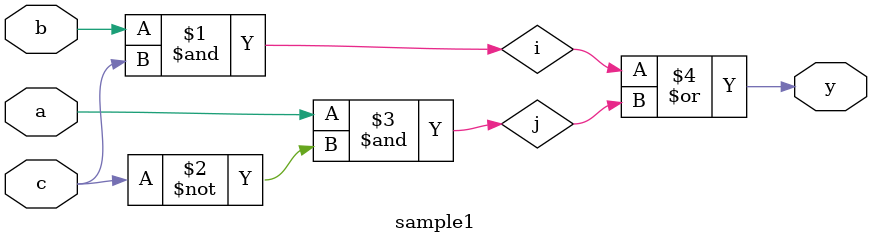
<source format=sv>
module sample1(input a,b,c,
output y
);

wire i,j;

assign i = b & c;
assign j = a & ~c;
assign y = i | j;

endmodule

</source>
